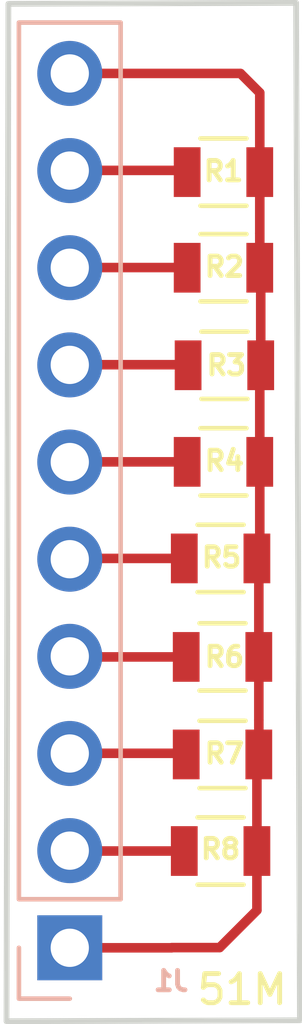
<source format=kicad_pcb>
(kicad_pcb (version 4) (host pcbnew 4.0.7)

  (general
    (links 17)
    (no_connects 0)
    (area 156.399999 100.949999 164.225001 127.725001)
    (thickness 1.6)
    (drawings 6)
    (tracks 37)
    (zones 0)
    (modules 9)
    (nets 10)
  )

  (page A4)
  (layers
    (0 F.Cu signal)
    (31 B.Cu signal)
    (32 B.Adhes user)
    (33 F.Adhes user)
    (34 B.Paste user)
    (35 F.Paste user)
    (36 B.SilkS user)
    (37 F.SilkS user)
    (38 B.Mask user)
    (39 F.Mask user)
    (40 Dwgs.User user)
    (41 Cmts.User user)
    (42 Eco1.User user)
    (43 Eco2.User user)
    (44 Edge.Cuts user)
    (45 Margin user)
    (46 B.CrtYd user)
    (47 F.CrtYd user)
    (48 B.Fab user)
    (49 F.Fab user)
  )

  (setup
    (last_trace_width 0.25)
    (trace_clearance 0.2)
    (zone_clearance 0.508)
    (zone_45_only no)
    (trace_min 0.2)
    (segment_width 0.2)
    (edge_width 0.15)
    (via_size 0.6)
    (via_drill 0.4)
    (via_min_size 0.4)
    (via_min_drill 0.3)
    (uvia_size 0.3)
    (uvia_drill 0.1)
    (uvias_allowed no)
    (uvia_min_size 0.2)
    (uvia_min_drill 0.1)
    (pcb_text_width 0.3)
    (pcb_text_size 1.5 1.5)
    (mod_edge_width 0.15)
    (mod_text_size 1 1)
    (mod_text_width 0.15)
    (pad_size 1.524 1.524)
    (pad_drill 0.762)
    (pad_to_mask_clearance 0.2)
    (aux_axis_origin 0 0)
    (visible_elements FFFFFF7F)
    (pcbplotparams
      (layerselection 0x010fc_80000001)
      (usegerberextensions false)
      (excludeedgelayer true)
      (linewidth 0.100000)
      (plotframeref false)
      (viasonmask false)
      (mode 1)
      (useauxorigin false)
      (hpglpennumber 1)
      (hpglpenspeed 20)
      (hpglpendiameter 15)
      (hpglpenoverlay 2)
      (psnegative false)
      (psa4output false)
      (plotreference true)
      (plotvalue true)
      (plotinvisibletext false)
      (padsonsilk false)
      (subtractmaskfromsilk false)
      (outputformat 1)
      (mirror false)
      (drillshape 0)
      (scaleselection 1)
      (outputdirectory ""))
  )

  (net 0 "")
  (net 1 "Net-(J1-Pad1)")
  (net 2 "Net-(J1-Pad2)")
  (net 3 "Net-(J1-Pad3)")
  (net 4 "Net-(J1-Pad4)")
  (net 5 "Net-(J1-Pad5)")
  (net 6 "Net-(J1-Pad6)")
  (net 7 "Net-(J1-Pad7)")
  (net 8 "Net-(J1-Pad8)")
  (net 9 "Net-(J1-Pad9)")

  (net_class Default "This is the default net class."
    (clearance 0.2)
    (trace_width 0.25)
    (via_dia 0.6)
    (via_drill 0.4)
    (uvia_dia 0.3)
    (uvia_drill 0.1)
    (add_net "Net-(J1-Pad1)")
    (add_net "Net-(J1-Pad2)")
    (add_net "Net-(J1-Pad3)")
    (add_net "Net-(J1-Pad4)")
    (add_net "Net-(J1-Pad5)")
    (add_net "Net-(J1-Pad6)")
    (add_net "Net-(J1-Pad7)")
    (add_net "Net-(J1-Pad8)")
    (add_net "Net-(J1-Pad9)")
  )

  (module Resistors_SMD:R_0805 (layer F.Cu) (tedit 5DF2984B) (tstamp 5DF289EB)
    (at 162.15 105.45)
    (descr "Resistor SMD 0805, reflow soldering, Vishay (see dcrcw.pdf)")
    (tags "resistor 0805")
    (path /5DF285E9)
    (attr smd)
    (fp_text reference R1 (at 0 -0.025) (layer F.SilkS)
      (effects (font (size 0.508 0.508) (thickness 0.127)))
    )
    (fp_text value R (at 0 1.75) (layer F.Fab) hide
      (effects (font (size 1 1) (thickness 0.15)))
    )
    (fp_text user %R (at 0 0) (layer F.Fab)
      (effects (font (size 0.5 0.5) (thickness 0.075)))
    )
    (fp_line (start -1 0.62) (end -1 -0.62) (layer F.Fab) (width 0.1))
    (fp_line (start 1 0.62) (end -1 0.62) (layer F.Fab) (width 0.1))
    (fp_line (start 1 -0.62) (end 1 0.62) (layer F.Fab) (width 0.1))
    (fp_line (start -1 -0.62) (end 1 -0.62) (layer F.Fab) (width 0.1))
    (fp_line (start 0.6 0.88) (end -0.6 0.88) (layer F.SilkS) (width 0.12))
    (fp_line (start -0.6 -0.88) (end 0.6 -0.88) (layer F.SilkS) (width 0.12))
    (fp_line (start -1.55 -0.9) (end 1.55 -0.9) (layer F.CrtYd) (width 0.05))
    (fp_line (start -1.55 -0.9) (end -1.55 0.9) (layer F.CrtYd) (width 0.05))
    (fp_line (start 1.55 0.9) (end 1.55 -0.9) (layer F.CrtYd) (width 0.05))
    (fp_line (start 1.55 0.9) (end -1.55 0.9) (layer F.CrtYd) (width 0.05))
    (pad 1 smd rect (at -0.95 0) (size 0.7 1.3) (layers F.Cu F.Paste F.Mask)
      (net 9 "Net-(J1-Pad9)"))
    (pad 2 smd rect (at 0.95 0) (size 0.7 1.3) (layers F.Cu F.Paste F.Mask)
      (net 1 "Net-(J1-Pad1)"))
    (model ${KISYS3DMOD}/Resistors_SMD.3dshapes/R_0805.wrl
      (at (xyz 0 0 0))
      (scale (xyz 1 1 1))
      (rotate (xyz 0 0 0))
    )
  )

  (module Resistors_SMD:R_0805 (layer F.Cu) (tedit 5DF29851) (tstamp 5DF289F1)
    (at 162.15 107.95)
    (descr "Resistor SMD 0805, reflow soldering, Vishay (see dcrcw.pdf)")
    (tags "resistor 0805")
    (path /5DF2866E)
    (attr smd)
    (fp_text reference R2 (at 0.025 -0.025) (layer F.SilkS)
      (effects (font (size 0.508 0.508) (thickness 0.127)))
    )
    (fp_text value R (at 0 1.75) (layer F.Fab) hide
      (effects (font (size 1 1) (thickness 0.15)))
    )
    (fp_text user %R (at 0 0) (layer F.Fab)
      (effects (font (size 0.5 0.5) (thickness 0.075)))
    )
    (fp_line (start -1 0.62) (end -1 -0.62) (layer F.Fab) (width 0.1))
    (fp_line (start 1 0.62) (end -1 0.62) (layer F.Fab) (width 0.1))
    (fp_line (start 1 -0.62) (end 1 0.62) (layer F.Fab) (width 0.1))
    (fp_line (start -1 -0.62) (end 1 -0.62) (layer F.Fab) (width 0.1))
    (fp_line (start 0.6 0.88) (end -0.6 0.88) (layer F.SilkS) (width 0.12))
    (fp_line (start -0.6 -0.88) (end 0.6 -0.88) (layer F.SilkS) (width 0.12))
    (fp_line (start -1.55 -0.9) (end 1.55 -0.9) (layer F.CrtYd) (width 0.05))
    (fp_line (start -1.55 -0.9) (end -1.55 0.9) (layer F.CrtYd) (width 0.05))
    (fp_line (start 1.55 0.9) (end 1.55 -0.9) (layer F.CrtYd) (width 0.05))
    (fp_line (start 1.55 0.9) (end -1.55 0.9) (layer F.CrtYd) (width 0.05))
    (pad 1 smd rect (at -0.95 0) (size 0.7 1.3) (layers F.Cu F.Paste F.Mask)
      (net 8 "Net-(J1-Pad8)"))
    (pad 2 smd rect (at 0.95 0) (size 0.7 1.3) (layers F.Cu F.Paste F.Mask)
      (net 1 "Net-(J1-Pad1)"))
    (model ${KISYS3DMOD}/Resistors_SMD.3dshapes/R_0805.wrl
      (at (xyz 0 0 0))
      (scale (xyz 1 1 1))
      (rotate (xyz 0 0 0))
    )
  )

  (module Resistors_SMD:R_0805 (layer F.Cu) (tedit 5DF29857) (tstamp 5DF289F7)
    (at 162.175 110.5)
    (descr "Resistor SMD 0805, reflow soldering, Vishay (see dcrcw.pdf)")
    (tags "resistor 0805")
    (path /5DF28701)
    (attr smd)
    (fp_text reference R3 (at 0.05 0) (layer F.SilkS)
      (effects (font (size 0.508 0.508) (thickness 0.127)))
    )
    (fp_text value R (at 0 1.75) (layer F.Fab) hide
      (effects (font (size 1 1) (thickness 0.15)))
    )
    (fp_text user %R (at 0 0) (layer F.Fab)
      (effects (font (size 0.5 0.5) (thickness 0.075)))
    )
    (fp_line (start -1 0.62) (end -1 -0.62) (layer F.Fab) (width 0.1))
    (fp_line (start 1 0.62) (end -1 0.62) (layer F.Fab) (width 0.1))
    (fp_line (start 1 -0.62) (end 1 0.62) (layer F.Fab) (width 0.1))
    (fp_line (start -1 -0.62) (end 1 -0.62) (layer F.Fab) (width 0.1))
    (fp_line (start 0.6 0.88) (end -0.6 0.88) (layer F.SilkS) (width 0.12))
    (fp_line (start -0.6 -0.88) (end 0.6 -0.88) (layer F.SilkS) (width 0.12))
    (fp_line (start -1.55 -0.9) (end 1.55 -0.9) (layer F.CrtYd) (width 0.05))
    (fp_line (start -1.55 -0.9) (end -1.55 0.9) (layer F.CrtYd) (width 0.05))
    (fp_line (start 1.55 0.9) (end 1.55 -0.9) (layer F.CrtYd) (width 0.05))
    (fp_line (start 1.55 0.9) (end -1.55 0.9) (layer F.CrtYd) (width 0.05))
    (pad 1 smd rect (at -0.95 0) (size 0.7 1.3) (layers F.Cu F.Paste F.Mask)
      (net 7 "Net-(J1-Pad7)"))
    (pad 2 smd rect (at 0.95 0) (size 0.7 1.3) (layers F.Cu F.Paste F.Mask)
      (net 1 "Net-(J1-Pad1)"))
    (model ${KISYS3DMOD}/Resistors_SMD.3dshapes/R_0805.wrl
      (at (xyz 0 0 0))
      (scale (xyz 1 1 1))
      (rotate (xyz 0 0 0))
    )
  )

  (module Resistors_SMD:R_0805 (layer F.Cu) (tedit 5DF2985D) (tstamp 5DF289FD)
    (at 162.15 113.025)
    (descr "Resistor SMD 0805, reflow soldering, Vishay (see dcrcw.pdf)")
    (tags "resistor 0805")
    (path /5DF28707)
    (attr smd)
    (fp_text reference R4 (at 0.025 -0.025) (layer F.SilkS)
      (effects (font (size 0.508 0.508) (thickness 0.127)))
    )
    (fp_text value R (at 0 1.75) (layer F.Fab) hide
      (effects (font (size 1 1) (thickness 0.15)))
    )
    (fp_text user %R (at 0 0) (layer F.Fab)
      (effects (font (size 0.5 0.5) (thickness 0.075)))
    )
    (fp_line (start -1 0.62) (end -1 -0.62) (layer F.Fab) (width 0.1))
    (fp_line (start 1 0.62) (end -1 0.62) (layer F.Fab) (width 0.1))
    (fp_line (start 1 -0.62) (end 1 0.62) (layer F.Fab) (width 0.1))
    (fp_line (start -1 -0.62) (end 1 -0.62) (layer F.Fab) (width 0.1))
    (fp_line (start 0.6 0.88) (end -0.6 0.88) (layer F.SilkS) (width 0.12))
    (fp_line (start -0.6 -0.88) (end 0.6 -0.88) (layer F.SilkS) (width 0.12))
    (fp_line (start -1.55 -0.9) (end 1.55 -0.9) (layer F.CrtYd) (width 0.05))
    (fp_line (start -1.55 -0.9) (end -1.55 0.9) (layer F.CrtYd) (width 0.05))
    (fp_line (start 1.55 0.9) (end 1.55 -0.9) (layer F.CrtYd) (width 0.05))
    (fp_line (start 1.55 0.9) (end -1.55 0.9) (layer F.CrtYd) (width 0.05))
    (pad 1 smd rect (at -0.95 0) (size 0.7 1.3) (layers F.Cu F.Paste F.Mask)
      (net 6 "Net-(J1-Pad6)"))
    (pad 2 smd rect (at 0.95 0) (size 0.7 1.3) (layers F.Cu F.Paste F.Mask)
      (net 1 "Net-(J1-Pad1)"))
    (model ${KISYS3DMOD}/Resistors_SMD.3dshapes/R_0805.wrl
      (at (xyz 0 0 0))
      (scale (xyz 1 1 1))
      (rotate (xyz 0 0 0))
    )
  )

  (module Resistors_SMD:R_0805 (layer F.Cu) (tedit 5DF29863) (tstamp 5DF28A03)
    (at 162.075 115.55)
    (descr "Resistor SMD 0805, reflow soldering, Vishay (see dcrcw.pdf)")
    (tags "resistor 0805")
    (path /5DF289B8)
    (attr smd)
    (fp_text reference R5 (at 0.025 -0.025) (layer F.SilkS)
      (effects (font (size 0.508 0.508) (thickness 0.127)))
    )
    (fp_text value R (at 0 1.75) (layer F.Fab) hide
      (effects (font (size 1 1) (thickness 0.15)))
    )
    (fp_text user %R (at 0 0) (layer F.Fab)
      (effects (font (size 0.5 0.5) (thickness 0.075)))
    )
    (fp_line (start -1 0.62) (end -1 -0.62) (layer F.Fab) (width 0.1))
    (fp_line (start 1 0.62) (end -1 0.62) (layer F.Fab) (width 0.1))
    (fp_line (start 1 -0.62) (end 1 0.62) (layer F.Fab) (width 0.1))
    (fp_line (start -1 -0.62) (end 1 -0.62) (layer F.Fab) (width 0.1))
    (fp_line (start 0.6 0.88) (end -0.6 0.88) (layer F.SilkS) (width 0.12))
    (fp_line (start -0.6 -0.88) (end 0.6 -0.88) (layer F.SilkS) (width 0.12))
    (fp_line (start -1.55 -0.9) (end 1.55 -0.9) (layer F.CrtYd) (width 0.05))
    (fp_line (start -1.55 -0.9) (end -1.55 0.9) (layer F.CrtYd) (width 0.05))
    (fp_line (start 1.55 0.9) (end 1.55 -0.9) (layer F.CrtYd) (width 0.05))
    (fp_line (start 1.55 0.9) (end -1.55 0.9) (layer F.CrtYd) (width 0.05))
    (pad 1 smd rect (at -0.95 0) (size 0.7 1.3) (layers F.Cu F.Paste F.Mask)
      (net 5 "Net-(J1-Pad5)"))
    (pad 2 smd rect (at 0.95 0) (size 0.7 1.3) (layers F.Cu F.Paste F.Mask)
      (net 1 "Net-(J1-Pad1)"))
    (model ${KISYS3DMOD}/Resistors_SMD.3dshapes/R_0805.wrl
      (at (xyz 0 0 0))
      (scale (xyz 1 1 1))
      (rotate (xyz 0 0 0))
    )
  )

  (module Resistors_SMD:R_0805 (layer F.Cu) (tedit 5DF29872) (tstamp 5DF28A09)
    (at 162.125 118.125)
    (descr "Resistor SMD 0805, reflow soldering, Vishay (see dcrcw.pdf)")
    (tags "resistor 0805")
    (path /5DF289BE)
    (attr smd)
    (fp_text reference R6 (at 0.05 0) (layer F.SilkS)
      (effects (font (size 0.508 0.508) (thickness 0.127)))
    )
    (fp_text value R (at 0 1.75) (layer F.Fab) hide
      (effects (font (size 1 1) (thickness 0.15)))
    )
    (fp_text user %R (at 0 0) (layer F.Fab)
      (effects (font (size 0.5 0.5) (thickness 0.075)))
    )
    (fp_line (start -1 0.62) (end -1 -0.62) (layer F.Fab) (width 0.1))
    (fp_line (start 1 0.62) (end -1 0.62) (layer F.Fab) (width 0.1))
    (fp_line (start 1 -0.62) (end 1 0.62) (layer F.Fab) (width 0.1))
    (fp_line (start -1 -0.62) (end 1 -0.62) (layer F.Fab) (width 0.1))
    (fp_line (start 0.6 0.88) (end -0.6 0.88) (layer F.SilkS) (width 0.12))
    (fp_line (start -0.6 -0.88) (end 0.6 -0.88) (layer F.SilkS) (width 0.12))
    (fp_line (start -1.55 -0.9) (end 1.55 -0.9) (layer F.CrtYd) (width 0.05))
    (fp_line (start -1.55 -0.9) (end -1.55 0.9) (layer F.CrtYd) (width 0.05))
    (fp_line (start 1.55 0.9) (end 1.55 -0.9) (layer F.CrtYd) (width 0.05))
    (fp_line (start 1.55 0.9) (end -1.55 0.9) (layer F.CrtYd) (width 0.05))
    (pad 1 smd rect (at -0.95 0) (size 0.7 1.3) (layers F.Cu F.Paste F.Mask)
      (net 4 "Net-(J1-Pad4)"))
    (pad 2 smd rect (at 0.95 0) (size 0.7 1.3) (layers F.Cu F.Paste F.Mask)
      (net 1 "Net-(J1-Pad1)"))
    (model ${KISYS3DMOD}/Resistors_SMD.3dshapes/R_0805.wrl
      (at (xyz 0 0 0))
      (scale (xyz 1 1 1))
      (rotate (xyz 0 0 0))
    )
  )

  (module Resistors_SMD:R_0805 (layer F.Cu) (tedit 5DF29877) (tstamp 5DF28A0F)
    (at 162.125 120.675)
    (descr "Resistor SMD 0805, reflow soldering, Vishay (see dcrcw.pdf)")
    (tags "resistor 0805")
    (path /5DF289C4)
    (attr smd)
    (fp_text reference R7 (at 0.05 -0.025) (layer F.SilkS)
      (effects (font (size 0.508 0.508) (thickness 0.127)))
    )
    (fp_text value R (at 0 1.75) (layer F.Fab) hide
      (effects (font (size 1 1) (thickness 0.15)))
    )
    (fp_text user %R (at 0 0) (layer F.Fab)
      (effects (font (size 0.5 0.5) (thickness 0.075)))
    )
    (fp_line (start -1 0.62) (end -1 -0.62) (layer F.Fab) (width 0.1))
    (fp_line (start 1 0.62) (end -1 0.62) (layer F.Fab) (width 0.1))
    (fp_line (start 1 -0.62) (end 1 0.62) (layer F.Fab) (width 0.1))
    (fp_line (start -1 -0.62) (end 1 -0.62) (layer F.Fab) (width 0.1))
    (fp_line (start 0.6 0.88) (end -0.6 0.88) (layer F.SilkS) (width 0.12))
    (fp_line (start -0.6 -0.88) (end 0.6 -0.88) (layer F.SilkS) (width 0.12))
    (fp_line (start -1.55 -0.9) (end 1.55 -0.9) (layer F.CrtYd) (width 0.05))
    (fp_line (start -1.55 -0.9) (end -1.55 0.9) (layer F.CrtYd) (width 0.05))
    (fp_line (start 1.55 0.9) (end 1.55 -0.9) (layer F.CrtYd) (width 0.05))
    (fp_line (start 1.55 0.9) (end -1.55 0.9) (layer F.CrtYd) (width 0.05))
    (pad 1 smd rect (at -0.95 0) (size 0.7 1.3) (layers F.Cu F.Paste F.Mask)
      (net 3 "Net-(J1-Pad3)"))
    (pad 2 smd rect (at 0.95 0) (size 0.7 1.3) (layers F.Cu F.Paste F.Mask)
      (net 1 "Net-(J1-Pad1)"))
    (model ${KISYS3DMOD}/Resistors_SMD.3dshapes/R_0805.wrl
      (at (xyz 0 0 0))
      (scale (xyz 1 1 1))
      (rotate (xyz 0 0 0))
    )
  )

  (module Resistors_SMD:R_0805 (layer F.Cu) (tedit 5DF2987C) (tstamp 5DF28A15)
    (at 162.075 123.2)
    (descr "Resistor SMD 0805, reflow soldering, Vishay (see dcrcw.pdf)")
    (tags "resistor 0805")
    (path /5DF289CA)
    (attr smd)
    (fp_text reference R8 (at 0 -0.05) (layer F.SilkS)
      (effects (font (size 0.508 0.508) (thickness 0.127)))
    )
    (fp_text value R (at 0 1.75) (layer F.Fab) hide
      (effects (font (size 1 1) (thickness 0.15)))
    )
    (fp_text user %R (at 0 0) (layer F.Fab)
      (effects (font (size 0.5 0.5) (thickness 0.075)))
    )
    (fp_line (start -1 0.62) (end -1 -0.62) (layer F.Fab) (width 0.1))
    (fp_line (start 1 0.62) (end -1 0.62) (layer F.Fab) (width 0.1))
    (fp_line (start 1 -0.62) (end 1 0.62) (layer F.Fab) (width 0.1))
    (fp_line (start -1 -0.62) (end 1 -0.62) (layer F.Fab) (width 0.1))
    (fp_line (start 0.6 0.88) (end -0.6 0.88) (layer F.SilkS) (width 0.12))
    (fp_line (start -0.6 -0.88) (end 0.6 -0.88) (layer F.SilkS) (width 0.12))
    (fp_line (start -1.55 -0.9) (end 1.55 -0.9) (layer F.CrtYd) (width 0.05))
    (fp_line (start -1.55 -0.9) (end -1.55 0.9) (layer F.CrtYd) (width 0.05))
    (fp_line (start 1.55 0.9) (end 1.55 -0.9) (layer F.CrtYd) (width 0.05))
    (fp_line (start 1.55 0.9) (end -1.55 0.9) (layer F.CrtYd) (width 0.05))
    (pad 1 smd rect (at -0.95 0) (size 0.7 1.3) (layers F.Cu F.Paste F.Mask)
      (net 2 "Net-(J1-Pad2)"))
    (pad 2 smd rect (at 0.95 0) (size 0.7 1.3) (layers F.Cu F.Paste F.Mask)
      (net 1 "Net-(J1-Pad1)"))
    (model ${KISYS3DMOD}/Resistors_SMD.3dshapes/R_0805.wrl
      (at (xyz 0 0 0))
      (scale (xyz 1 1 1))
      (rotate (xyz 0 0 0))
    )
  )

  (module Socket_Strips:Socket_Strip_Straight_1x10_Pitch2.54mm (layer B.Cu) (tedit 5DF29844) (tstamp 5DF295BF)
    (at 158.13 125.73)
    (descr "Through hole straight socket strip, 1x10, 2.54mm pitch, single row")
    (tags "Through hole socket strip THT 1x10 2.54mm single row")
    (path /5DF285AF)
    (fp_text reference J1 (at 2.65 0.87) (layer B.SilkS)
      (effects (font (size 0.508 0.508) (thickness 0.127)) (justify mirror))
    )
    (fp_text value Conn_01x10 (at 0 -25.19) (layer B.Fab) hide
      (effects (font (size 1 1) (thickness 0.15)) (justify mirror))
    )
    (fp_line (start -1.27 1.27) (end -1.27 -24.13) (layer B.Fab) (width 0.1))
    (fp_line (start -1.27 -24.13) (end 1.27 -24.13) (layer B.Fab) (width 0.1))
    (fp_line (start 1.27 -24.13) (end 1.27 1.27) (layer B.Fab) (width 0.1))
    (fp_line (start 1.27 1.27) (end -1.27 1.27) (layer B.Fab) (width 0.1))
    (fp_line (start -1.33 -1.27) (end -1.33 -24.19) (layer B.SilkS) (width 0.12))
    (fp_line (start -1.33 -24.19) (end 1.33 -24.19) (layer B.SilkS) (width 0.12))
    (fp_line (start 1.33 -24.19) (end 1.33 -1.27) (layer B.SilkS) (width 0.12))
    (fp_line (start 1.33 -1.27) (end -1.33 -1.27) (layer B.SilkS) (width 0.12))
    (fp_line (start -1.33 0) (end -1.33 1.33) (layer B.SilkS) (width 0.12))
    (fp_line (start -1.33 1.33) (end 0 1.33) (layer B.SilkS) (width 0.12))
    (fp_line (start -1.8 1.8) (end -1.8 -24.65) (layer B.CrtYd) (width 0.05))
    (fp_line (start -1.8 -24.65) (end 1.8 -24.65) (layer B.CrtYd) (width 0.05))
    (fp_line (start 1.8 -24.65) (end 1.8 1.8) (layer B.CrtYd) (width 0.05))
    (fp_line (start 1.8 1.8) (end -1.8 1.8) (layer B.CrtYd) (width 0.05))
    (fp_text user %R (at 2.425 0.82) (layer B.Fab) hide
      (effects (font (size 1 1) (thickness 0.15)) (justify mirror))
    )
    (pad 1 thru_hole rect (at 0 0) (size 1.7 1.7) (drill 1) (layers *.Cu *.Mask)
      (net 1 "Net-(J1-Pad1)"))
    (pad 2 thru_hole oval (at 0 -2.54) (size 1.7 1.7) (drill 1) (layers *.Cu *.Mask)
      (net 2 "Net-(J1-Pad2)"))
    (pad 3 thru_hole oval (at 0 -5.08) (size 1.7 1.7) (drill 1) (layers *.Cu *.Mask)
      (net 3 "Net-(J1-Pad3)"))
    (pad 4 thru_hole oval (at 0 -7.62) (size 1.7 1.7) (drill 1) (layers *.Cu *.Mask)
      (net 4 "Net-(J1-Pad4)"))
    (pad 5 thru_hole oval (at 0 -10.16) (size 1.7 1.7) (drill 1) (layers *.Cu *.Mask)
      (net 5 "Net-(J1-Pad5)"))
    (pad 6 thru_hole oval (at 0 -12.7) (size 1.7 1.7) (drill 1) (layers *.Cu *.Mask)
      (net 6 "Net-(J1-Pad6)"))
    (pad 7 thru_hole oval (at 0 -15.24) (size 1.7 1.7) (drill 1) (layers *.Cu *.Mask)
      (net 7 "Net-(J1-Pad7)"))
    (pad 8 thru_hole oval (at 0 -17.78) (size 1.7 1.7) (drill 1) (layers *.Cu *.Mask)
      (net 8 "Net-(J1-Pad8)"))
    (pad 9 thru_hole oval (at 0 -20.32) (size 1.7 1.7) (drill 1) (layers *.Cu *.Mask)
      (net 9 "Net-(J1-Pad9)"))
    (pad 10 thru_hole oval (at 0 -22.86) (size 1.7 1.7) (drill 1) (layers *.Cu *.Mask)
      (net 1 "Net-(J1-Pad1)"))
    (model ${KISYS3DMOD}/Socket_Strips.3dshapes/Socket_Strip_Straight_1x10_Pitch2.54mm.wrl
      (at (xyz 0 -0.45 0))
      (scale (xyz 1 1 1))
      (rotate (xyz 0 0 270))
    )
  )

  (gr_text 51M (at 162.64 126.82) (layer F.SilkS)
    (effects (font (size 0.762 0.762) (thickness 0.127)))
  )
  (gr_line (start 156.525 101.075) (end 156.525 101.05) (layer Edge.Cuts) (width 0.15))
  (gr_line (start 156.475 127.65) (end 156.525 101.075) (layer Edge.Cuts) (width 0.15))
  (gr_line (start 164.15 127.625) (end 156.475 127.65) (layer Edge.Cuts) (width 0.15))
  (gr_line (start 164.05 101.025) (end 164.15 127.625) (layer Edge.Cuts) (width 0.15))
  (gr_line (start 156.55 101.05) (end 164.05 101.025) (layer Edge.Cuts) (width 0.15))

  (segment (start 162.05 125.725) (end 163.025 124.75) (width 0.25) (layer F.Cu) (net 1))
  (segment (start 163.025 124.75) (end 163.025 123.2) (width 0.25) (layer F.Cu) (net 1))
  (segment (start 160.8 125.725) (end 162.05 125.725) (width 0.25) (layer F.Cu) (net 1))
  (segment (start 158.325 125.73) (end 160.795 125.73) (width 0.25) (layer F.Cu) (net 1))
  (segment (start 160.795 125.73) (end 160.8 125.725) (width 0.25) (layer F.Cu) (net 1))
  (segment (start 163.1 113.025) (end 163.1 110.525) (width 0.25) (layer F.Cu) (net 1))
  (segment (start 163.1 110.525) (end 163.125 110.5) (width 0.25) (layer F.Cu) (net 1))
  (segment (start 163.1 113.025) (end 163.1 115.475) (width 0.25) (layer F.Cu) (net 1))
  (segment (start 163.1 115.475) (end 163.025 115.55) (width 0.25) (layer F.Cu) (net 1))
  (segment (start 163.075 118.125) (end 163.075 115.6) (width 0.25) (layer F.Cu) (net 1))
  (segment (start 163.075 115.6) (end 163.025 115.55) (width 0.25) (layer F.Cu) (net 1))
  (segment (start 163.075 120.675) (end 163.075 119.775) (width 0.25) (layer F.Cu) (net 1))
  (segment (start 163.075 119.775) (end 163.075 118.125) (width 0.25) (layer F.Cu) (net 1))
  (segment (start 163.025 123.2) (end 163.025 120.725) (width 0.25) (layer F.Cu) (net 1))
  (segment (start 163.025 120.725) (end 163.075 120.675) (width 0.25) (layer F.Cu) (net 1))
  (segment (start 163.125 110.5) (end 163.125 107.975) (width 0.25) (layer F.Cu) (net 1))
  (segment (start 163.125 107.975) (end 163.1 107.95) (width 0.25) (layer F.Cu) (net 1))
  (segment (start 163.1 107.95) (end 163.1 107.05) (width 0.25) (layer F.Cu) (net 1))
  (segment (start 163.1 107.05) (end 163.1 105.45) (width 0.25) (layer F.Cu) (net 1))
  (segment (start 162.595 102.87) (end 163.1 103.375) (width 0.25) (layer F.Cu) (net 1))
  (segment (start 163.1 103.375) (end 163.1 105.45) (width 0.25) (layer F.Cu) (net 1))
  (segment (start 158.325 102.87) (end 162.595 102.87) (width 0.25) (layer F.Cu) (net 1))
  (segment (start 161.125 123.2) (end 158.39 123.2) (width 0.25) (layer F.Cu) (net 2))
  (segment (start 158.39 123.2) (end 158.375 123.185) (width 0.25) (layer F.Cu) (net 2))
  (segment (start 158.375 120.645) (end 161.145 120.645) (width 0.25) (layer F.Cu) (net 3))
  (segment (start 161.145 120.645) (end 161.175 120.675) (width 0.25) (layer F.Cu) (net 3))
  (segment (start 161.175 118.125) (end 158.395 118.125) (width 0.25) (layer F.Cu) (net 4))
  (segment (start 158.395 118.125) (end 158.375 118.105) (width 0.25) (layer F.Cu) (net 4))
  (segment (start 161.125 115.55) (end 158.39 115.55) (width 0.25) (layer F.Cu) (net 5))
  (segment (start 158.39 115.55) (end 158.375 115.565) (width 0.25) (layer F.Cu) (net 5))
  (segment (start 158.375 113.025) (end 161.2 113.025) (width 0.25) (layer F.Cu) (net 6))
  (segment (start 161.21 110.485) (end 161.225 110.5) (width 0.25) (layer F.Cu) (net 7))
  (segment (start 158.375 110.485) (end 161.21 110.485) (width 0.25) (layer F.Cu) (net 7))
  (segment (start 161.195 107.945) (end 161.2 107.95) (width 0.25) (layer F.Cu) (net 8))
  (segment (start 158.375 107.945) (end 161.195 107.945) (width 0.25) (layer F.Cu) (net 8))
  (segment (start 161.155 105.405) (end 161.2 105.45) (width 0.25) (layer F.Cu) (net 9))
  (segment (start 158.375 105.405) (end 161.155 105.405) (width 0.25) (layer F.Cu) (net 9))

)

</source>
